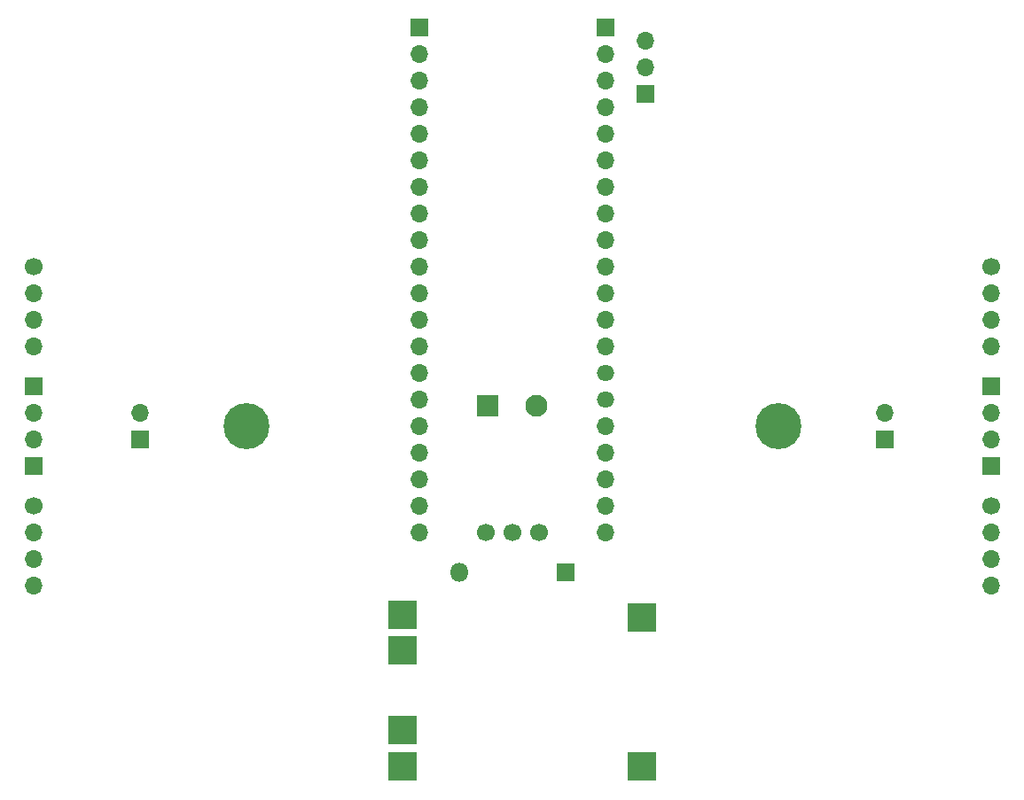
<source format=gbr>
%TF.GenerationSoftware,KiCad,Pcbnew,8.0.5*%
%TF.CreationDate,2024-10-21T23:21:48+02:00*%
%TF.ProjectId,kyb_sat,6b79625f-7361-4742-9e6b-696361645f70,rev?*%
%TF.SameCoordinates,Original*%
%TF.FileFunction,Soldermask,Bot*%
%TF.FilePolarity,Negative*%
%FSLAX46Y46*%
G04 Gerber Fmt 4.6, Leading zero omitted, Abs format (unit mm)*
G04 Created by KiCad (PCBNEW 8.0.5) date 2024-10-21 23:21:48*
%MOMM*%
%LPD*%
G01*
G04 APERTURE LIST*
G04 Aperture macros list*
%AMRoundRect*
0 Rectangle with rounded corners*
0 $1 Rounding radius*
0 $2 $3 $4 $5 $6 $7 $8 $9 X,Y pos of 4 corners*
0 Add a 4 corners polygon primitive as box body*
4,1,4,$2,$3,$4,$5,$6,$7,$8,$9,$2,$3,0*
0 Add four circle primitives for the rounded corners*
1,1,$1+$1,$2,$3*
1,1,$1+$1,$4,$5*
1,1,$1+$1,$6,$7*
1,1,$1+$1,$8,$9*
0 Add four rect primitives between the rounded corners*
20,1,$1+$1,$2,$3,$4,$5,0*
20,1,$1+$1,$4,$5,$6,$7,0*
20,1,$1+$1,$6,$7,$8,$9,0*
20,1,$1+$1,$8,$9,$2,$3,0*%
G04 Aperture macros list end*
%ADD10R,1.700000X1.700000*%
%ADD11O,1.700000X1.700000*%
%ADD12R,1.800000X1.800000*%
%ADD13O,1.800000X1.800000*%
%ADD14C,1.700000*%
%ADD15R,2.800000X2.800000*%
%ADD16C,0.700000*%
%ADD17C,4.400000*%
%ADD18O,1.700000X1.500000*%
%ADD19RoundRect,0.250001X-0.799999X-0.799999X0.799999X-0.799999X0.799999X0.799999X-0.799999X0.799999X0*%
%ADD20C,2.100000*%
G04 APERTURE END LIST*
D10*
%TO.C,SW1*%
X139700000Y-95250000D03*
D11*
X139700000Y-92710000D03*
X139700000Y-90170000D03*
%TD*%
D12*
%TO.C,D1*%
X132080000Y-140970000D03*
D13*
X121920000Y-140970000D03*
%TD*%
D10*
%TO.C,J1*%
X118110000Y-88900000D03*
D11*
X118110000Y-91440000D03*
X118110000Y-93980000D03*
X118110000Y-96520000D03*
X118110000Y-99060000D03*
X118110000Y-101600000D03*
X118110000Y-104140000D03*
X118110000Y-106680000D03*
X118110000Y-109220000D03*
X118110000Y-111760000D03*
X118110000Y-114300000D03*
X118110000Y-116840000D03*
X118110000Y-119380000D03*
X118110000Y-121920000D03*
X118110000Y-124460000D03*
X118110000Y-127000000D03*
X118110000Y-129540000D03*
X118110000Y-132080000D03*
X118110000Y-134620000D03*
X118110000Y-137160000D03*
%TD*%
D14*
%TO.C,J6*%
X172720000Y-111760000D03*
D11*
X172720000Y-114300000D03*
X172720000Y-116840000D03*
X172720000Y-119380000D03*
%TD*%
D14*
%TO.C,J5*%
X81280000Y-134620000D03*
D11*
X81280000Y-137160000D03*
X81280000Y-139700000D03*
X81280000Y-142240000D03*
%TD*%
D15*
%TO.C,U1*%
X139412500Y-159512500D03*
X139412500Y-145312500D03*
X116512500Y-145012500D03*
X116512500Y-148412500D03*
X116512500Y-156012500D03*
X116512500Y-159512500D03*
%TD*%
D16*
%TO.C,H2*%
X150750000Y-127000000D03*
X151233274Y-125833274D03*
X151233274Y-128166726D03*
X152400000Y-125350000D03*
D17*
X152400000Y-127000000D03*
D16*
X152400000Y-128650000D03*
X153566726Y-125833274D03*
X153566726Y-128166726D03*
X154050000Y-127000000D03*
%TD*%
D10*
%TO.C,J4*%
X81280000Y-123190000D03*
D11*
X81280000Y-125730000D03*
X81280000Y-128270000D03*
D10*
X81280000Y-130810000D03*
%TD*%
%TO.C,J7*%
X172720000Y-123190000D03*
D11*
X172720000Y-125730000D03*
X172720000Y-128270000D03*
D10*
X172720000Y-130810000D03*
%TD*%
%TO.C,SC2*%
X162560000Y-128275000D03*
D11*
X162560000Y-125735000D03*
%TD*%
D14*
%TO.C,U2*%
X124460000Y-137160000D03*
X127000000Y-137160000D03*
X129540000Y-137160000D03*
%TD*%
%TO.C,J3*%
X81280000Y-111760000D03*
D11*
X81280000Y-114300000D03*
X81280000Y-116840000D03*
X81280000Y-119380000D03*
%TD*%
D10*
%TO.C,J2*%
X135890000Y-88900000D03*
D11*
X135890000Y-91440000D03*
X135890000Y-93980000D03*
X135890000Y-96520000D03*
X135890000Y-99060000D03*
X135890000Y-101600000D03*
X135890000Y-104140000D03*
X135890000Y-106680000D03*
X135890000Y-109220000D03*
X135890000Y-111760000D03*
X135890000Y-114300000D03*
X135890000Y-116840000D03*
X135890000Y-119380000D03*
D18*
X135890000Y-121920000D03*
X135890000Y-124460000D03*
D11*
X135890000Y-127000000D03*
X135890000Y-129540000D03*
X135890000Y-132080000D03*
X135890000Y-134620000D03*
X135890000Y-137160000D03*
%TD*%
D10*
%TO.C,SC1*%
X91440000Y-128270000D03*
D11*
X91440000Y-125730000D03*
%TD*%
D14*
%TO.C,J8*%
X172720000Y-134620000D03*
D11*
X172720000Y-137160000D03*
X172720000Y-139700000D03*
X172720000Y-142240000D03*
%TD*%
D16*
%TO.C,H1*%
X99950000Y-127000000D03*
X100433274Y-125833274D03*
X100433274Y-128166726D03*
X101600000Y-125350000D03*
D17*
X101600000Y-127000000D03*
D16*
X101600000Y-128650000D03*
X102766726Y-125833274D03*
X102766726Y-128166726D03*
X103250000Y-127000000D03*
%TD*%
D19*
%TO.C,BT1*%
X124700000Y-125095000D03*
D20*
X129300000Y-125095000D03*
%TD*%
M02*

</source>
